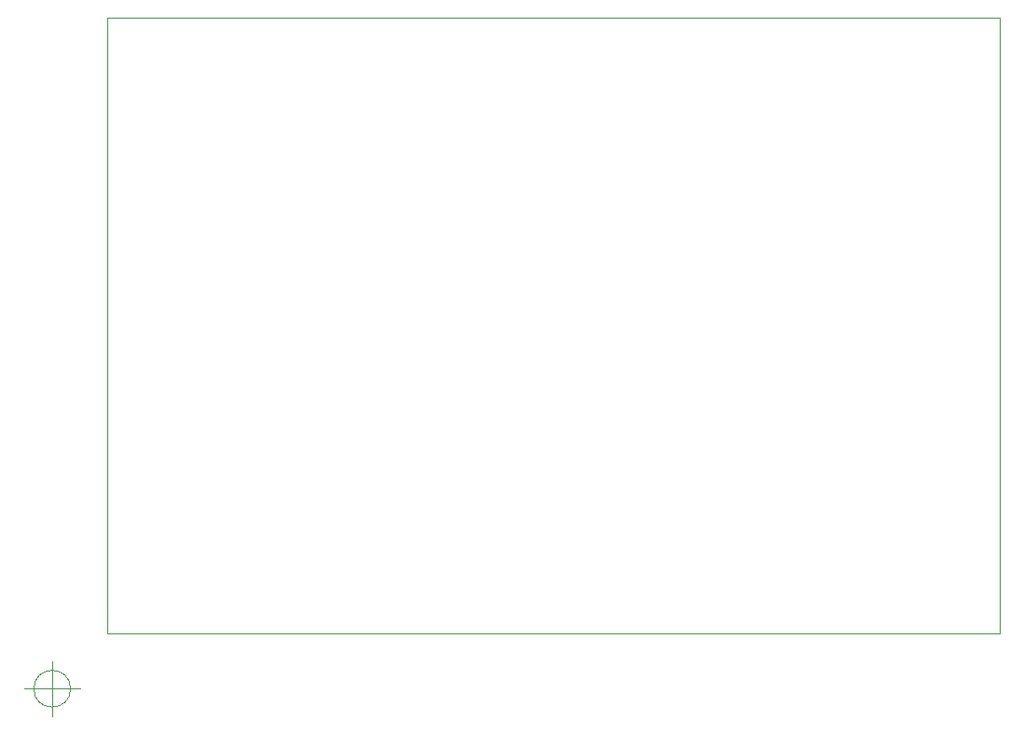
<source format=gbr>
%TF.GenerationSoftware,KiCad,Pcbnew,8.0.3-8.0.3-0~ubuntu22.04.1*%
%TF.CreationDate,2024-06-26T20:02:33-05:00*%
%TF.ProjectId,amplificador_200w,616d706c-6966-4696-9361-646f725f3230,v1.0.0*%
%TF.SameCoordinates,PX5cfbb60PY7d687e0*%
%TF.FileFunction,Paste,Bot*%
%TF.FilePolarity,Positive*%
%FSLAX46Y46*%
G04 Gerber Fmt 4.6, Leading zero omitted, Abs format (unit mm)*
G04 Created by KiCad (PCBNEW 8.0.3-8.0.3-0~ubuntu22.04.1) date 2024-06-26 20:02:33*
%MOMM*%
%LPD*%
G01*
G04 APERTURE LIST*
%TA.AperFunction,Profile*%
%ADD10C,0.050000*%
%TD*%
G04 APERTURE END LIST*
D10*
X86000000Y5000000D02*
X86000000Y61000000D01*
X5000000Y61000000D02*
X5000000Y5000000D01*
X5000000Y5000000D02*
X86000000Y5000000D01*
X86000000Y61000000D02*
X5000000Y61000000D01*
X1666666Y0D02*
G75*
G02*
X-1666666Y0I-1666666J0D01*
G01*
X-1666666Y0D02*
G75*
G02*
X1666666Y0I1666666J0D01*
G01*
X-2500000Y0D02*
X2500000Y0D01*
X0Y2500000D02*
X0Y-2500000D01*
M02*

</source>
